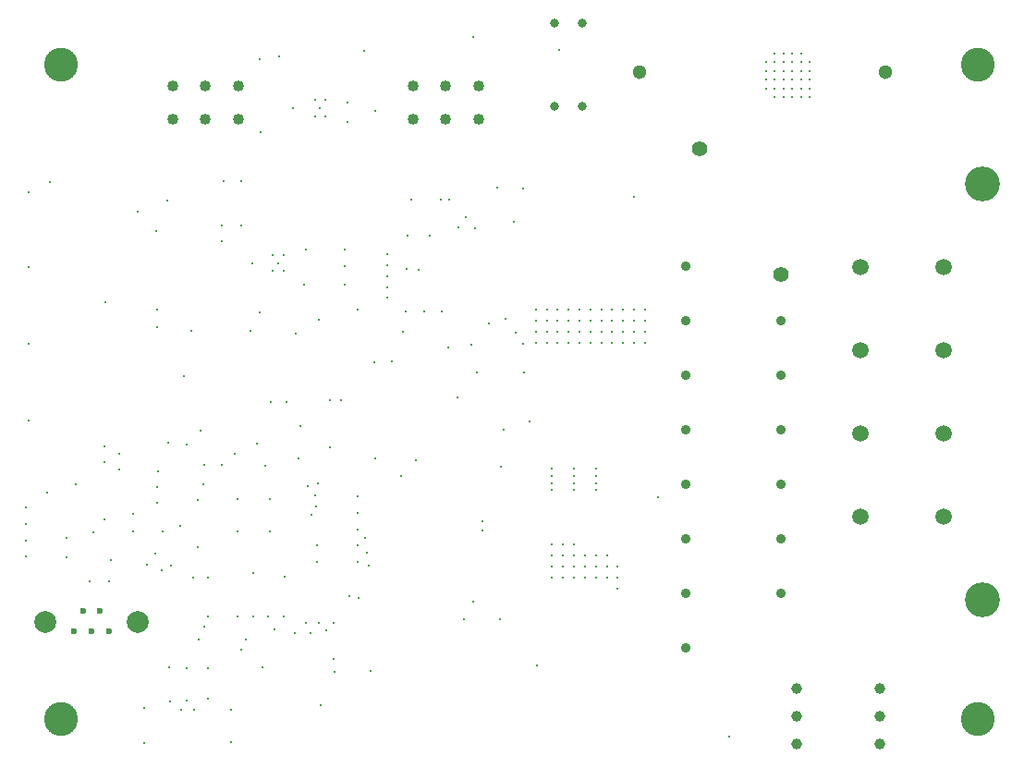
<source format=gbr>
%TF.GenerationSoftware,Altium Limited,Altium Designer,22.0.2 (36)*%
G04 Layer_Color=0*
%FSLAX45Y45*%
%MOMM*%
%TF.SameCoordinates,8084254D-3EA1-499E-96B0-688E0DB6412D*%
%TF.FilePolarity,Positive*%
%TF.FileFunction,Plated,1,4,PTH,Drill*%
%TF.Part,Single*%
G01*
G75*
%TA.AperFunction,ComponentDrill*%
%ADD209C,0.90000*%
%ADD210C,0.60000*%
%ADD211C,2.00000*%
%ADD212C,0.30000*%
%ADD213C,3.20000*%
%ADD214C,1.50000*%
%ADD215C,1.30000*%
%ADD216C,1.40000*%
%ADD217C,1.02000*%
%ADD218C,1.00000*%
%ADD219C,0.80000*%
%TA.AperFunction,OtherDrill,Pad Free-20 (5mm,5mm)*%
%ADD220C,3.10000*%
%TA.AperFunction,OtherDrill,Pad Free-- (5mm,65mm)*%
%ADD221C,3.10000*%
%TA.AperFunction,OtherDrill,Pad Free-20 (89mm,65mm)*%
%ADD222C,3.10000*%
%TA.AperFunction,OtherDrill,Pad Free-20 (89mm,5mm)*%
%ADD223C,3.10000*%
%TA.AperFunction,ViaDrill,NotFilled*%
%ADD224C,0.30000*%
D209*
X6225001Y4650000D02*
D03*
Y4150000D02*
D03*
X7100001Y3150000D02*
D03*
Y2650000D02*
D03*
Y2150000D02*
D03*
Y1650000D02*
D03*
X6225001Y3650000D02*
D03*
Y3150000D02*
D03*
X7100001Y4150000D02*
D03*
Y3650000D02*
D03*
X6225001Y1150000D02*
D03*
Y1650000D02*
D03*
Y2650000D02*
D03*
Y2150000D02*
D03*
D210*
X940001Y1310000D02*
D03*
X620001D02*
D03*
X700001Y1490000D02*
D03*
X780001Y1310000D02*
D03*
X860001Y1490000D02*
D03*
D211*
X1200001Y1390000D02*
D03*
X360001D02*
D03*
D212*
X2875000Y6100000D02*
D03*
X2825000Y6175000D02*
D03*
X2925000D02*
D03*
Y6025000D02*
D03*
X2825000D02*
D03*
X2490000Y4680000D02*
D03*
X2440000Y4755000D02*
D03*
X2540000D02*
D03*
Y4605000D02*
D03*
X2440000D02*
D03*
D213*
X8939001Y5405000D02*
D03*
Y1595000D02*
D03*
D214*
X8587001Y4643000D02*
D03*
X7825001D02*
D03*
X8587001Y3881000D02*
D03*
X7825001D02*
D03*
Y2357000D02*
D03*
X8587001D02*
D03*
X7825001Y3119000D02*
D03*
X8587001D02*
D03*
D215*
X5800000Y6425000D02*
D03*
X8050000D02*
D03*
D216*
X7095776Y4572202D02*
D03*
X6354225Y5727798D02*
D03*
D217*
X3725000Y6300000D02*
D03*
X4025000D02*
D03*
X4325000D02*
D03*
X3725000Y6000001D02*
D03*
X4025000D02*
D03*
X4325000D02*
D03*
X2125001Y6000000D02*
D03*
X1825000D02*
D03*
X1525001D02*
D03*
X2125000Y6300000D02*
D03*
X1825000D02*
D03*
X1525001D02*
D03*
D218*
X8006000Y525000D02*
D03*
X7244000D02*
D03*
Y271000D02*
D03*
X8006000Y779000D02*
D03*
X7244000D02*
D03*
X8006000Y271000D02*
D03*
D219*
X5023000Y6881000D02*
D03*
X5277000D02*
D03*
Y6119000D02*
D03*
X5023000D02*
D03*
D220*
X500000Y500000D02*
D03*
D221*
Y6500000D02*
D03*
D222*
X8900000D02*
D03*
D223*
Y500000D02*
D03*
D224*
X3125000Y5975000D02*
D03*
X4740000Y3680000D02*
D03*
X1690000Y4060000D02*
D03*
X2240000D02*
D03*
X5000000Y2665000D02*
D03*
Y2795000D02*
D03*
X5400000D02*
D03*
Y2665000D02*
D03*
X5200000Y2795000D02*
D03*
Y2730000D02*
D03*
Y2665000D02*
D03*
X2115001Y2220000D02*
D03*
X2415001D02*
D03*
Y2520000D02*
D03*
X2115001D02*
D03*
X2320000Y4230000D02*
D03*
X2249990Y4679998D02*
D03*
X2847500Y2090000D02*
D03*
X1392960Y2767500D02*
D03*
X1030000Y2790000D02*
D03*
Y2930000D02*
D03*
X1650001Y3020000D02*
D03*
X1480000Y3030000D02*
D03*
X2090000Y2930000D02*
D03*
X1970000Y2830000D02*
D03*
X1810000D02*
D03*
X1380000Y2630000D02*
D03*
X900000Y2860000D02*
D03*
X1710000Y1800000D02*
D03*
X2120000Y1440000D02*
D03*
X1650001Y670000D02*
D03*
Y970000D02*
D03*
X3000000Y1050000D02*
D03*
X2930001Y1315000D02*
D03*
X2739989Y1380004D02*
D03*
X2789989Y1290005D02*
D03*
X2542730Y1442730D02*
D03*
X2639989Y1287500D02*
D03*
X2452500Y1327270D02*
D03*
X5400000Y2730000D02*
D03*
X5000000D02*
D03*
Y2600000D02*
D03*
X4140000Y5010000D02*
D03*
X4290000Y5000000D02*
D03*
X3990000Y4240000D02*
D03*
X3830000D02*
D03*
X3660000D02*
D03*
X3630000Y4050000D02*
D03*
X3100000Y4480000D02*
D03*
X2570000Y3410000D02*
D03*
X2420000D02*
D03*
X3220000Y2240000D02*
D03*
Y2390000D02*
D03*
X4860000Y990000D02*
D03*
X900000Y3000000D02*
D03*
X3290001Y2160000D02*
D03*
X3319988Y1910003D02*
D03*
X3300001Y2030000D02*
D03*
X3620000Y2730000D02*
D03*
X3750000Y2870000D02*
D03*
X2350000Y980000D02*
D03*
X400000Y5420000D02*
D03*
X200000Y4640000D02*
D03*
Y3940000D02*
D03*
X370001Y2580000D02*
D03*
X200000Y3240000D02*
D03*
X640000Y2650000D02*
D03*
X4730000Y5360000D02*
D03*
X4650000Y5060000D02*
D03*
X4495000Y5370000D02*
D03*
X3490000Y4760000D02*
D03*
Y4560000D02*
D03*
Y4360000D02*
D03*
X1380000Y4090000D02*
D03*
X2690000Y3190000D02*
D03*
X2369990Y2820001D02*
D03*
X1630000Y3640000D02*
D03*
X7040000Y6600000D02*
D03*
Y6520000D02*
D03*
X6960000D02*
D03*
Y6360000D02*
D03*
Y6440000D02*
D03*
X7040000Y6360000D02*
D03*
Y6440000D02*
D03*
X6960000Y6280000D02*
D03*
X7040000Y6200000D02*
D03*
Y6280000D02*
D03*
X7200000Y6600000D02*
D03*
Y6520000D02*
D03*
X7120000Y6600000D02*
D03*
Y6520000D02*
D03*
Y6360000D02*
D03*
Y6440000D02*
D03*
X7200000Y6360000D02*
D03*
Y6440000D02*
D03*
X7120000Y6200000D02*
D03*
Y6280000D02*
D03*
X7200000Y6200000D02*
D03*
Y6280000D02*
D03*
X7360001Y6280000D02*
D03*
Y6200000D02*
D03*
X7280000Y6280000D02*
D03*
Y6200000D02*
D03*
X7360001Y6440000D02*
D03*
Y6360000D02*
D03*
X7280000Y6440000D02*
D03*
Y6360000D02*
D03*
Y6520000D02*
D03*
Y6600000D02*
D03*
X7360001Y6520000D02*
D03*
X5750000Y5290000D02*
D03*
X2860000Y4160000D02*
D03*
X2648662Y4035287D02*
D03*
X5970001Y2530000D02*
D03*
X4570001Y4170000D02*
D03*
X4260000Y3930000D02*
D03*
X4420000Y4130000D02*
D03*
X4310001Y3680500D02*
D03*
X4130000Y3450000D02*
D03*
X2879038Y629038D02*
D03*
X4280000Y1580000D02*
D03*
X6620000Y340000D02*
D03*
X4360000Y2310000D02*
D03*
Y2230000D02*
D03*
X2150001Y1140000D02*
D03*
X3220000Y1940000D02*
D03*
X3230000Y1610000D02*
D03*
X3140000Y1630000D02*
D03*
X2847500Y1940000D02*
D03*
X2850000Y2660000D02*
D03*
X3000000Y1380000D02*
D03*
X2860000D02*
D03*
X1760000Y1230000D02*
D03*
X1810000Y1350000D02*
D03*
X1850000Y1440000D02*
D03*
X2260000Y1440000D02*
D03*
X2550000Y1810000D02*
D03*
X2190000Y1230000D02*
D03*
X2395000Y1440000D02*
D03*
X1427390Y1861305D02*
D03*
X1509991Y1910003D02*
D03*
X1756021Y2078521D02*
D03*
X2260000Y1840000D02*
D03*
X3010001Y930000D02*
D03*
X2964980Y3419520D02*
D03*
X2960000Y2990000D02*
D03*
X3370000Y3770000D02*
D03*
X3070000Y3420000D02*
D03*
X2060000Y590000D02*
D03*
X1260001Y280000D02*
D03*
Y600000D02*
D03*
X1600000Y590000D02*
D03*
X1720000D02*
D03*
X2060000Y290000D02*
D03*
X2797500Y2370000D02*
D03*
X1850000Y1800000D02*
D03*
X5750000Y4150000D02*
D03*
Y4050000D02*
D03*
Y3950000D02*
D03*
X5850000Y4150000D02*
D03*
Y4050000D02*
D03*
Y3950000D02*
D03*
Y4250000D02*
D03*
X5750000D02*
D03*
X4050001Y3910000D02*
D03*
X4190001Y1420000D02*
D03*
X4520000D02*
D03*
X4530000Y2810000D02*
D03*
X4560001Y3150000D02*
D03*
X4790000Y3230000D02*
D03*
X2759988Y2640001D02*
D03*
X4670000Y4040000D02*
D03*
X4730000Y3940000D02*
D03*
X3220000Y4250000D02*
D03*
X3875000Y4930000D02*
D03*
X5060000Y6630000D02*
D03*
X4210000Y5100000D02*
D03*
X3980000Y5260000D02*
D03*
X4055001D02*
D03*
X3710000D02*
D03*
X3530000Y3780000D02*
D03*
X2680000Y2890000D02*
D03*
X2150001Y5430000D02*
D03*
X1970000Y5020000D02*
D03*
X2150001D02*
D03*
X1970000Y4880000D02*
D03*
X2299541Y3025000D02*
D03*
X1380000Y4250000D02*
D03*
X910000Y4320000D02*
D03*
X180000Y1990000D02*
D03*
Y2140000D02*
D03*
Y2290000D02*
D03*
Y2440000D02*
D03*
X550000Y1980000D02*
D03*
X800000Y2210000D02*
D03*
X900000Y2330000D02*
D03*
X550000Y2157500D02*
D03*
X200000Y5330000D02*
D03*
X3380000Y2890000D02*
D03*
X3100000Y4650000D02*
D03*
X2740000Y4800000D02*
D03*
X3100000D02*
D03*
X2730000Y4480000D02*
D03*
X1160000Y2380000D02*
D03*
Y2220000D02*
D03*
X960000Y1960000D02*
D03*
X1360000Y2020000D02*
D03*
X1290000Y1920000D02*
D03*
X760001Y1760000D02*
D03*
X940000D02*
D03*
X3220000Y2090000D02*
D03*
X2827488Y2550000D02*
D03*
X1489741Y979740D02*
D03*
X1590000Y2270000D02*
D03*
X1430000Y2222500D02*
D03*
X2318640Y6551361D02*
D03*
X1470000Y5250000D02*
D03*
X1370000Y4970000D02*
D03*
X1380000Y2480000D02*
D03*
X1750000Y2510000D02*
D03*
X1800714Y2651263D02*
D03*
X1990000Y5430000D02*
D03*
X3670001Y4625000D02*
D03*
X3780001Y4620824D02*
D03*
X3340001Y940000D02*
D03*
X1780000Y3140000D02*
D03*
X2840000Y2450000D02*
D03*
X3220000Y2540000D02*
D03*
X1850001Y965000D02*
D03*
X1500001Y665000D02*
D03*
X1850001Y690000D02*
D03*
X2325000Y5875000D02*
D03*
X1200000Y5150000D02*
D03*
X3375000Y6075000D02*
D03*
X3125000Y6150000D02*
D03*
X3275000Y6625000D02*
D03*
X4275000Y6750000D02*
D03*
X2625000Y6100000D02*
D03*
X2500000Y6575000D02*
D03*
X3675000Y4930000D02*
D03*
X3490000Y4660000D02*
D03*
Y4460000D02*
D03*
X4850000Y4250000D02*
D03*
X4950001D02*
D03*
X5050001D02*
D03*
X5150000D02*
D03*
X5250000D02*
D03*
X5350000D02*
D03*
X5450001D02*
D03*
X5550001D02*
D03*
X5650000D02*
D03*
X5200000Y2100000D02*
D03*
X5100000D02*
D03*
X5000000D02*
D03*
Y2000000D02*
D03*
Y1900000D02*
D03*
Y1800000D02*
D03*
X5650000Y3950000D02*
D03*
Y4050000D02*
D03*
Y4150000D02*
D03*
X5550001Y3950000D02*
D03*
Y4050000D02*
D03*
Y4150000D02*
D03*
X5450001Y3950000D02*
D03*
Y4050000D02*
D03*
Y4150000D02*
D03*
X5350000Y3950000D02*
D03*
Y4050000D02*
D03*
Y4150000D02*
D03*
X5250000Y3950000D02*
D03*
Y4050000D02*
D03*
Y4150000D02*
D03*
X5150000Y3950000D02*
D03*
Y4050000D02*
D03*
Y4150000D02*
D03*
X5050001Y3950000D02*
D03*
Y4050000D02*
D03*
Y4150000D02*
D03*
X4950001Y3950000D02*
D03*
Y4050000D02*
D03*
Y4150000D02*
D03*
X4850000Y3950000D02*
D03*
Y4050000D02*
D03*
Y4150000D02*
D03*
X5400000Y2600000D02*
D03*
X5200000D02*
D03*
X5100000Y2000000D02*
D03*
Y1800000D02*
D03*
Y1900000D02*
D03*
X5600000Y1700000D02*
D03*
Y1800000D02*
D03*
Y1900000D02*
D03*
X5500000Y1800000D02*
D03*
Y1900000D02*
D03*
Y2000000D02*
D03*
X5200000Y1800000D02*
D03*
Y1900000D02*
D03*
Y2000000D02*
D03*
X5400000Y1800000D02*
D03*
Y1900000D02*
D03*
Y2000000D02*
D03*
X5300000D02*
D03*
Y1900000D02*
D03*
Y1800000D02*
D03*
%TF.MD5,d0e031719aaa5077948d8e6350776d07*%
M02*

</source>
